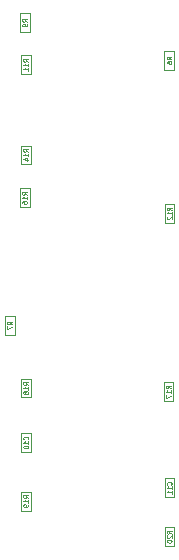
<source format=gbr>
%TF.GenerationSoftware,KiCad,Pcbnew,8.0.3*%
%TF.CreationDate,2024-06-13T16:05:26+05:30*%
%TF.ProjectId,OptoIsolation,4f70746f-4973-46f6-9c61-74696f6e2e6b,rev?*%
%TF.SameCoordinates,Original*%
%TF.FileFunction,AssemblyDrawing,Bot*%
%FSLAX46Y46*%
G04 Gerber Fmt 4.6, Leading zero omitted, Abs format (unit mm)*
G04 Created by KiCad (PCBNEW 8.0.3) date 2024-06-13 16:05:26*
%MOMM*%
%LPD*%
G01*
G04 APERTURE LIST*
%ADD10C,0.060000*%
%ADD11C,0.100000*%
G04 APERTURE END LIST*
D10*
X187581927Y-102633857D02*
X187391451Y-102500524D01*
X187581927Y-102405286D02*
X187181927Y-102405286D01*
X187181927Y-102405286D02*
X187181927Y-102557667D01*
X187181927Y-102557667D02*
X187200975Y-102595762D01*
X187200975Y-102595762D02*
X187220022Y-102614809D01*
X187220022Y-102614809D02*
X187258118Y-102633857D01*
X187258118Y-102633857D02*
X187315260Y-102633857D01*
X187315260Y-102633857D02*
X187353356Y-102614809D01*
X187353356Y-102614809D02*
X187372403Y-102595762D01*
X187372403Y-102595762D02*
X187391451Y-102557667D01*
X187391451Y-102557667D02*
X187391451Y-102405286D01*
X187581927Y-103014809D02*
X187581927Y-102786238D01*
X187581927Y-102900524D02*
X187181927Y-102900524D01*
X187181927Y-102900524D02*
X187239070Y-102862428D01*
X187239070Y-102862428D02*
X187277165Y-102824333D01*
X187277165Y-102824333D02*
X187296213Y-102786238D01*
X187581927Y-103205285D02*
X187581927Y-103281476D01*
X187581927Y-103281476D02*
X187562880Y-103319571D01*
X187562880Y-103319571D02*
X187543832Y-103338619D01*
X187543832Y-103338619D02*
X187486689Y-103376714D01*
X187486689Y-103376714D02*
X187410499Y-103395761D01*
X187410499Y-103395761D02*
X187258118Y-103395761D01*
X187258118Y-103395761D02*
X187220022Y-103376714D01*
X187220022Y-103376714D02*
X187200975Y-103357666D01*
X187200975Y-103357666D02*
X187181927Y-103319571D01*
X187181927Y-103319571D02*
X187181927Y-103243380D01*
X187181927Y-103243380D02*
X187200975Y-103205285D01*
X187200975Y-103205285D02*
X187220022Y-103186238D01*
X187220022Y-103186238D02*
X187258118Y-103167190D01*
X187258118Y-103167190D02*
X187353356Y-103167190D01*
X187353356Y-103167190D02*
X187391451Y-103186238D01*
X187391451Y-103186238D02*
X187410499Y-103205285D01*
X187410499Y-103205285D02*
X187429546Y-103243380D01*
X187429546Y-103243380D02*
X187429546Y-103319571D01*
X187429546Y-103319571D02*
X187410499Y-103357666D01*
X187410499Y-103357666D02*
X187391451Y-103376714D01*
X187391451Y-103376714D02*
X187353356Y-103395761D01*
X199706927Y-65495833D02*
X199516451Y-65362500D01*
X199706927Y-65267262D02*
X199306927Y-65267262D01*
X199306927Y-65267262D02*
X199306927Y-65419643D01*
X199306927Y-65419643D02*
X199325975Y-65457738D01*
X199325975Y-65457738D02*
X199345022Y-65476785D01*
X199345022Y-65476785D02*
X199383118Y-65495833D01*
X199383118Y-65495833D02*
X199440260Y-65495833D01*
X199440260Y-65495833D02*
X199478356Y-65476785D01*
X199478356Y-65476785D02*
X199497403Y-65457738D01*
X199497403Y-65457738D02*
X199516451Y-65419643D01*
X199516451Y-65419643D02*
X199516451Y-65267262D01*
X199306927Y-65838690D02*
X199306927Y-65762500D01*
X199306927Y-65762500D02*
X199325975Y-65724404D01*
X199325975Y-65724404D02*
X199345022Y-65705357D01*
X199345022Y-65705357D02*
X199402165Y-65667262D01*
X199402165Y-65667262D02*
X199478356Y-65648214D01*
X199478356Y-65648214D02*
X199630737Y-65648214D01*
X199630737Y-65648214D02*
X199668832Y-65667262D01*
X199668832Y-65667262D02*
X199687880Y-65686309D01*
X199687880Y-65686309D02*
X199706927Y-65724404D01*
X199706927Y-65724404D02*
X199706927Y-65800595D01*
X199706927Y-65800595D02*
X199687880Y-65838690D01*
X199687880Y-65838690D02*
X199668832Y-65857738D01*
X199668832Y-65857738D02*
X199630737Y-65876785D01*
X199630737Y-65876785D02*
X199535499Y-65876785D01*
X199535499Y-65876785D02*
X199497403Y-65857738D01*
X199497403Y-65857738D02*
X199478356Y-65838690D01*
X199478356Y-65838690D02*
X199459308Y-65800595D01*
X199459308Y-65800595D02*
X199459308Y-65724404D01*
X199459308Y-65724404D02*
X199478356Y-65686309D01*
X199478356Y-65686309D02*
X199497403Y-65667262D01*
X199497403Y-65667262D02*
X199535499Y-65648214D01*
X187581927Y-65700457D02*
X187391451Y-65567124D01*
X187581927Y-65471886D02*
X187181927Y-65471886D01*
X187181927Y-65471886D02*
X187181927Y-65624267D01*
X187181927Y-65624267D02*
X187200975Y-65662362D01*
X187200975Y-65662362D02*
X187220022Y-65681409D01*
X187220022Y-65681409D02*
X187258118Y-65700457D01*
X187258118Y-65700457D02*
X187315260Y-65700457D01*
X187315260Y-65700457D02*
X187353356Y-65681409D01*
X187353356Y-65681409D02*
X187372403Y-65662362D01*
X187372403Y-65662362D02*
X187391451Y-65624267D01*
X187391451Y-65624267D02*
X187391451Y-65471886D01*
X187581927Y-66081409D02*
X187581927Y-65852838D01*
X187581927Y-65967124D02*
X187181927Y-65967124D01*
X187181927Y-65967124D02*
X187239070Y-65929028D01*
X187239070Y-65929028D02*
X187277165Y-65890933D01*
X187277165Y-65890933D02*
X187296213Y-65852838D01*
X187581927Y-66462361D02*
X187581927Y-66233790D01*
X187581927Y-66348076D02*
X187181927Y-66348076D01*
X187181927Y-66348076D02*
X187239070Y-66309980D01*
X187239070Y-66309980D02*
X187277165Y-66271885D01*
X187277165Y-66271885D02*
X187296213Y-66233790D01*
X187492327Y-62322833D02*
X187301851Y-62189500D01*
X187492327Y-62094262D02*
X187092327Y-62094262D01*
X187092327Y-62094262D02*
X187092327Y-62246643D01*
X187092327Y-62246643D02*
X187111375Y-62284738D01*
X187111375Y-62284738D02*
X187130422Y-62303785D01*
X187130422Y-62303785D02*
X187168518Y-62322833D01*
X187168518Y-62322833D02*
X187225660Y-62322833D01*
X187225660Y-62322833D02*
X187263756Y-62303785D01*
X187263756Y-62303785D02*
X187282803Y-62284738D01*
X187282803Y-62284738D02*
X187301851Y-62246643D01*
X187301851Y-62246643D02*
X187301851Y-62094262D01*
X187492327Y-62513309D02*
X187492327Y-62589500D01*
X187492327Y-62589500D02*
X187473280Y-62627595D01*
X187473280Y-62627595D02*
X187454232Y-62646643D01*
X187454232Y-62646643D02*
X187397089Y-62684738D01*
X187397089Y-62684738D02*
X187320899Y-62703785D01*
X187320899Y-62703785D02*
X187168518Y-62703785D01*
X187168518Y-62703785D02*
X187130422Y-62684738D01*
X187130422Y-62684738D02*
X187111375Y-62665690D01*
X187111375Y-62665690D02*
X187092327Y-62627595D01*
X187092327Y-62627595D02*
X187092327Y-62551404D01*
X187092327Y-62551404D02*
X187111375Y-62513309D01*
X187111375Y-62513309D02*
X187130422Y-62494262D01*
X187130422Y-62494262D02*
X187168518Y-62475214D01*
X187168518Y-62475214D02*
X187263756Y-62475214D01*
X187263756Y-62475214D02*
X187301851Y-62494262D01*
X187301851Y-62494262D02*
X187320899Y-62513309D01*
X187320899Y-62513309D02*
X187339946Y-62551404D01*
X187339946Y-62551404D02*
X187339946Y-62627595D01*
X187339946Y-62627595D02*
X187320899Y-62665690D01*
X187320899Y-62665690D02*
X187301851Y-62684738D01*
X187301851Y-62684738D02*
X187263756Y-62703785D01*
X199693832Y-101500957D02*
X199712880Y-101481909D01*
X199712880Y-101481909D02*
X199731927Y-101424767D01*
X199731927Y-101424767D02*
X199731927Y-101386671D01*
X199731927Y-101386671D02*
X199712880Y-101329528D01*
X199712880Y-101329528D02*
X199674784Y-101291433D01*
X199674784Y-101291433D02*
X199636689Y-101272386D01*
X199636689Y-101272386D02*
X199560499Y-101253338D01*
X199560499Y-101253338D02*
X199503356Y-101253338D01*
X199503356Y-101253338D02*
X199427165Y-101272386D01*
X199427165Y-101272386D02*
X199389070Y-101291433D01*
X199389070Y-101291433D02*
X199350975Y-101329528D01*
X199350975Y-101329528D02*
X199331927Y-101386671D01*
X199331927Y-101386671D02*
X199331927Y-101424767D01*
X199331927Y-101424767D02*
X199350975Y-101481909D01*
X199350975Y-101481909D02*
X199370022Y-101500957D01*
X199731927Y-101881909D02*
X199731927Y-101653338D01*
X199731927Y-101767624D02*
X199331927Y-101767624D01*
X199331927Y-101767624D02*
X199389070Y-101729528D01*
X199389070Y-101729528D02*
X199427165Y-101691433D01*
X199427165Y-101691433D02*
X199446213Y-101653338D01*
X199731927Y-102262861D02*
X199731927Y-102034290D01*
X199731927Y-102148576D02*
X199331927Y-102148576D01*
X199331927Y-102148576D02*
X199389070Y-102110480D01*
X199389070Y-102110480D02*
X199427165Y-102072385D01*
X199427165Y-102072385D02*
X199446213Y-102034290D01*
X186206927Y-87933333D02*
X186016451Y-87800000D01*
X186206927Y-87704762D02*
X185806927Y-87704762D01*
X185806927Y-87704762D02*
X185806927Y-87857143D01*
X185806927Y-87857143D02*
X185825975Y-87895238D01*
X185825975Y-87895238D02*
X185845022Y-87914285D01*
X185845022Y-87914285D02*
X185883118Y-87933333D01*
X185883118Y-87933333D02*
X185940260Y-87933333D01*
X185940260Y-87933333D02*
X185978356Y-87914285D01*
X185978356Y-87914285D02*
X185997403Y-87895238D01*
X185997403Y-87895238D02*
X186016451Y-87857143D01*
X186016451Y-87857143D02*
X186016451Y-87704762D01*
X185806927Y-88066666D02*
X185806927Y-88333333D01*
X185806927Y-88333333D02*
X186206927Y-88161904D01*
X187581927Y-93063457D02*
X187391451Y-92930124D01*
X187581927Y-92834886D02*
X187181927Y-92834886D01*
X187181927Y-92834886D02*
X187181927Y-92987267D01*
X187181927Y-92987267D02*
X187200975Y-93025362D01*
X187200975Y-93025362D02*
X187220022Y-93044409D01*
X187220022Y-93044409D02*
X187258118Y-93063457D01*
X187258118Y-93063457D02*
X187315260Y-93063457D01*
X187315260Y-93063457D02*
X187353356Y-93044409D01*
X187353356Y-93044409D02*
X187372403Y-93025362D01*
X187372403Y-93025362D02*
X187391451Y-92987267D01*
X187391451Y-92987267D02*
X187391451Y-92834886D01*
X187581927Y-93444409D02*
X187581927Y-93215838D01*
X187581927Y-93330124D02*
X187181927Y-93330124D01*
X187181927Y-93330124D02*
X187239070Y-93292028D01*
X187239070Y-93292028D02*
X187277165Y-93253933D01*
X187277165Y-93253933D02*
X187296213Y-93215838D01*
X187353356Y-93672980D02*
X187334308Y-93634885D01*
X187334308Y-93634885D02*
X187315260Y-93615838D01*
X187315260Y-93615838D02*
X187277165Y-93596790D01*
X187277165Y-93596790D02*
X187258118Y-93596790D01*
X187258118Y-93596790D02*
X187220022Y-93615838D01*
X187220022Y-93615838D02*
X187200975Y-93634885D01*
X187200975Y-93634885D02*
X187181927Y-93672980D01*
X187181927Y-93672980D02*
X187181927Y-93749171D01*
X187181927Y-93749171D02*
X187200975Y-93787266D01*
X187200975Y-93787266D02*
X187220022Y-93806314D01*
X187220022Y-93806314D02*
X187258118Y-93825361D01*
X187258118Y-93825361D02*
X187277165Y-93825361D01*
X187277165Y-93825361D02*
X187315260Y-93806314D01*
X187315260Y-93806314D02*
X187334308Y-93787266D01*
X187334308Y-93787266D02*
X187353356Y-93749171D01*
X187353356Y-93749171D02*
X187353356Y-93672980D01*
X187353356Y-93672980D02*
X187372403Y-93634885D01*
X187372403Y-93634885D02*
X187391451Y-93615838D01*
X187391451Y-93615838D02*
X187429546Y-93596790D01*
X187429546Y-93596790D02*
X187505737Y-93596790D01*
X187505737Y-93596790D02*
X187543832Y-93615838D01*
X187543832Y-93615838D02*
X187562880Y-93634885D01*
X187562880Y-93634885D02*
X187581927Y-93672980D01*
X187581927Y-93672980D02*
X187581927Y-93749171D01*
X187581927Y-93749171D02*
X187562880Y-93787266D01*
X187562880Y-93787266D02*
X187543832Y-93806314D01*
X187543832Y-93806314D02*
X187505737Y-93825361D01*
X187505737Y-93825361D02*
X187429546Y-93825361D01*
X187429546Y-93825361D02*
X187391451Y-93806314D01*
X187391451Y-93806314D02*
X187372403Y-93787266D01*
X187372403Y-93787266D02*
X187353356Y-93749171D01*
X199731927Y-78266357D02*
X199541451Y-78133024D01*
X199731927Y-78037786D02*
X199331927Y-78037786D01*
X199331927Y-78037786D02*
X199331927Y-78190167D01*
X199331927Y-78190167D02*
X199350975Y-78228262D01*
X199350975Y-78228262D02*
X199370022Y-78247309D01*
X199370022Y-78247309D02*
X199408118Y-78266357D01*
X199408118Y-78266357D02*
X199465260Y-78266357D01*
X199465260Y-78266357D02*
X199503356Y-78247309D01*
X199503356Y-78247309D02*
X199522403Y-78228262D01*
X199522403Y-78228262D02*
X199541451Y-78190167D01*
X199541451Y-78190167D02*
X199541451Y-78037786D01*
X199731927Y-78647309D02*
X199731927Y-78418738D01*
X199731927Y-78533024D02*
X199331927Y-78533024D01*
X199331927Y-78533024D02*
X199389070Y-78494928D01*
X199389070Y-78494928D02*
X199427165Y-78456833D01*
X199427165Y-78456833D02*
X199446213Y-78418738D01*
X199370022Y-78799690D02*
X199350975Y-78818738D01*
X199350975Y-78818738D02*
X199331927Y-78856833D01*
X199331927Y-78856833D02*
X199331927Y-78952071D01*
X199331927Y-78952071D02*
X199350975Y-78990166D01*
X199350975Y-78990166D02*
X199370022Y-79009214D01*
X199370022Y-79009214D02*
X199408118Y-79028261D01*
X199408118Y-79028261D02*
X199446213Y-79028261D01*
X199446213Y-79028261D02*
X199503356Y-79009214D01*
X199503356Y-79009214D02*
X199731927Y-78780642D01*
X199731927Y-78780642D02*
X199731927Y-79028261D01*
X187543832Y-97672757D02*
X187562880Y-97653709D01*
X187562880Y-97653709D02*
X187581927Y-97596567D01*
X187581927Y-97596567D02*
X187581927Y-97558471D01*
X187581927Y-97558471D02*
X187562880Y-97501328D01*
X187562880Y-97501328D02*
X187524784Y-97463233D01*
X187524784Y-97463233D02*
X187486689Y-97444186D01*
X187486689Y-97444186D02*
X187410499Y-97425138D01*
X187410499Y-97425138D02*
X187353356Y-97425138D01*
X187353356Y-97425138D02*
X187277165Y-97444186D01*
X187277165Y-97444186D02*
X187239070Y-97463233D01*
X187239070Y-97463233D02*
X187200975Y-97501328D01*
X187200975Y-97501328D02*
X187181927Y-97558471D01*
X187181927Y-97558471D02*
X187181927Y-97596567D01*
X187181927Y-97596567D02*
X187200975Y-97653709D01*
X187200975Y-97653709D02*
X187220022Y-97672757D01*
X187581927Y-98053709D02*
X187581927Y-97825138D01*
X187581927Y-97939424D02*
X187181927Y-97939424D01*
X187181927Y-97939424D02*
X187239070Y-97901328D01*
X187239070Y-97901328D02*
X187277165Y-97863233D01*
X187277165Y-97863233D02*
X187296213Y-97825138D01*
X187181927Y-98301328D02*
X187181927Y-98339423D01*
X187181927Y-98339423D02*
X187200975Y-98377519D01*
X187200975Y-98377519D02*
X187220022Y-98396566D01*
X187220022Y-98396566D02*
X187258118Y-98415614D01*
X187258118Y-98415614D02*
X187334308Y-98434661D01*
X187334308Y-98434661D02*
X187429546Y-98434661D01*
X187429546Y-98434661D02*
X187505737Y-98415614D01*
X187505737Y-98415614D02*
X187543832Y-98396566D01*
X187543832Y-98396566D02*
X187562880Y-98377519D01*
X187562880Y-98377519D02*
X187581927Y-98339423D01*
X187581927Y-98339423D02*
X187581927Y-98301328D01*
X187581927Y-98301328D02*
X187562880Y-98263233D01*
X187562880Y-98263233D02*
X187543832Y-98244185D01*
X187543832Y-98244185D02*
X187505737Y-98225138D01*
X187505737Y-98225138D02*
X187429546Y-98206090D01*
X187429546Y-98206090D02*
X187334308Y-98206090D01*
X187334308Y-98206090D02*
X187258118Y-98225138D01*
X187258118Y-98225138D02*
X187220022Y-98244185D01*
X187220022Y-98244185D02*
X187200975Y-98263233D01*
X187200975Y-98263233D02*
X187181927Y-98301328D01*
X199656927Y-93355357D02*
X199466451Y-93222024D01*
X199656927Y-93126786D02*
X199256927Y-93126786D01*
X199256927Y-93126786D02*
X199256927Y-93279167D01*
X199256927Y-93279167D02*
X199275975Y-93317262D01*
X199275975Y-93317262D02*
X199295022Y-93336309D01*
X199295022Y-93336309D02*
X199333118Y-93355357D01*
X199333118Y-93355357D02*
X199390260Y-93355357D01*
X199390260Y-93355357D02*
X199428356Y-93336309D01*
X199428356Y-93336309D02*
X199447403Y-93317262D01*
X199447403Y-93317262D02*
X199466451Y-93279167D01*
X199466451Y-93279167D02*
X199466451Y-93126786D01*
X199656927Y-93736309D02*
X199656927Y-93507738D01*
X199656927Y-93622024D02*
X199256927Y-93622024D01*
X199256927Y-93622024D02*
X199314070Y-93583928D01*
X199314070Y-93583928D02*
X199352165Y-93545833D01*
X199352165Y-93545833D02*
X199371213Y-93507738D01*
X199256927Y-93869642D02*
X199256927Y-94136309D01*
X199256927Y-94136309D02*
X199656927Y-93964880D01*
X187581927Y-73330357D02*
X187391451Y-73197024D01*
X187581927Y-73101786D02*
X187181927Y-73101786D01*
X187181927Y-73101786D02*
X187181927Y-73254167D01*
X187181927Y-73254167D02*
X187200975Y-73292262D01*
X187200975Y-73292262D02*
X187220022Y-73311309D01*
X187220022Y-73311309D02*
X187258118Y-73330357D01*
X187258118Y-73330357D02*
X187315260Y-73330357D01*
X187315260Y-73330357D02*
X187353356Y-73311309D01*
X187353356Y-73311309D02*
X187372403Y-73292262D01*
X187372403Y-73292262D02*
X187391451Y-73254167D01*
X187391451Y-73254167D02*
X187391451Y-73101786D01*
X187581927Y-73711309D02*
X187581927Y-73482738D01*
X187581927Y-73597024D02*
X187181927Y-73597024D01*
X187181927Y-73597024D02*
X187239070Y-73558928D01*
X187239070Y-73558928D02*
X187277165Y-73520833D01*
X187277165Y-73520833D02*
X187296213Y-73482738D01*
X187315260Y-74054166D02*
X187581927Y-74054166D01*
X187162880Y-73958928D02*
X187448594Y-73863690D01*
X187448594Y-73863690D02*
X187448594Y-74111309D01*
X187481927Y-76967857D02*
X187291451Y-76834524D01*
X187481927Y-76739286D02*
X187081927Y-76739286D01*
X187081927Y-76739286D02*
X187081927Y-76891667D01*
X187081927Y-76891667D02*
X187100975Y-76929762D01*
X187100975Y-76929762D02*
X187120022Y-76948809D01*
X187120022Y-76948809D02*
X187158118Y-76967857D01*
X187158118Y-76967857D02*
X187215260Y-76967857D01*
X187215260Y-76967857D02*
X187253356Y-76948809D01*
X187253356Y-76948809D02*
X187272403Y-76929762D01*
X187272403Y-76929762D02*
X187291451Y-76891667D01*
X187291451Y-76891667D02*
X187291451Y-76739286D01*
X187481927Y-77348809D02*
X187481927Y-77120238D01*
X187481927Y-77234524D02*
X187081927Y-77234524D01*
X187081927Y-77234524D02*
X187139070Y-77196428D01*
X187139070Y-77196428D02*
X187177165Y-77158333D01*
X187177165Y-77158333D02*
X187196213Y-77120238D01*
X187081927Y-77691666D02*
X187081927Y-77615476D01*
X187081927Y-77615476D02*
X187100975Y-77577380D01*
X187100975Y-77577380D02*
X187120022Y-77558333D01*
X187120022Y-77558333D02*
X187177165Y-77520238D01*
X187177165Y-77520238D02*
X187253356Y-77501190D01*
X187253356Y-77501190D02*
X187405737Y-77501190D01*
X187405737Y-77501190D02*
X187443832Y-77520238D01*
X187443832Y-77520238D02*
X187462880Y-77539285D01*
X187462880Y-77539285D02*
X187481927Y-77577380D01*
X187481927Y-77577380D02*
X187481927Y-77653571D01*
X187481927Y-77653571D02*
X187462880Y-77691666D01*
X187462880Y-77691666D02*
X187443832Y-77710714D01*
X187443832Y-77710714D02*
X187405737Y-77729761D01*
X187405737Y-77729761D02*
X187310499Y-77729761D01*
X187310499Y-77729761D02*
X187272403Y-77710714D01*
X187272403Y-77710714D02*
X187253356Y-77691666D01*
X187253356Y-77691666D02*
X187234308Y-77653571D01*
X187234308Y-77653571D02*
X187234308Y-77577380D01*
X187234308Y-77577380D02*
X187253356Y-77539285D01*
X187253356Y-77539285D02*
X187272403Y-77520238D01*
X187272403Y-77520238D02*
X187310499Y-77501190D01*
X199731927Y-105641957D02*
X199541451Y-105508624D01*
X199731927Y-105413386D02*
X199331927Y-105413386D01*
X199331927Y-105413386D02*
X199331927Y-105565767D01*
X199331927Y-105565767D02*
X199350975Y-105603862D01*
X199350975Y-105603862D02*
X199370022Y-105622909D01*
X199370022Y-105622909D02*
X199408118Y-105641957D01*
X199408118Y-105641957D02*
X199465260Y-105641957D01*
X199465260Y-105641957D02*
X199503356Y-105622909D01*
X199503356Y-105622909D02*
X199522403Y-105603862D01*
X199522403Y-105603862D02*
X199541451Y-105565767D01*
X199541451Y-105565767D02*
X199541451Y-105413386D01*
X199370022Y-105794338D02*
X199350975Y-105813386D01*
X199350975Y-105813386D02*
X199331927Y-105851481D01*
X199331927Y-105851481D02*
X199331927Y-105946719D01*
X199331927Y-105946719D02*
X199350975Y-105984814D01*
X199350975Y-105984814D02*
X199370022Y-106003862D01*
X199370022Y-106003862D02*
X199408118Y-106022909D01*
X199408118Y-106022909D02*
X199446213Y-106022909D01*
X199446213Y-106022909D02*
X199503356Y-106003862D01*
X199503356Y-106003862D02*
X199731927Y-105775290D01*
X199731927Y-105775290D02*
X199731927Y-106022909D01*
X199331927Y-106270528D02*
X199331927Y-106308623D01*
X199331927Y-106308623D02*
X199350975Y-106346719D01*
X199350975Y-106346719D02*
X199370022Y-106365766D01*
X199370022Y-106365766D02*
X199408118Y-106384814D01*
X199408118Y-106384814D02*
X199484308Y-106403861D01*
X199484308Y-106403861D02*
X199579546Y-106403861D01*
X199579546Y-106403861D02*
X199655737Y-106384814D01*
X199655737Y-106384814D02*
X199693832Y-106365766D01*
X199693832Y-106365766D02*
X199712880Y-106346719D01*
X199712880Y-106346719D02*
X199731927Y-106308623D01*
X199731927Y-106308623D02*
X199731927Y-106270528D01*
X199731927Y-106270528D02*
X199712880Y-106232433D01*
X199712880Y-106232433D02*
X199693832Y-106213385D01*
X199693832Y-106213385D02*
X199655737Y-106194338D01*
X199655737Y-106194338D02*
X199579546Y-106175290D01*
X199579546Y-106175290D02*
X199484308Y-106175290D01*
X199484308Y-106175290D02*
X199408118Y-106194338D01*
X199408118Y-106194338D02*
X199370022Y-106213385D01*
X199370022Y-106213385D02*
X199350975Y-106232433D01*
X199350975Y-106232433D02*
X199331927Y-106270528D01*
D11*
%TO.C,R19*%
X186987500Y-102091000D02*
X187812500Y-102091000D01*
X186987500Y-103691000D02*
X186987500Y-102091000D01*
X187812500Y-102091000D02*
X187812500Y-103691000D01*
X187812500Y-103691000D02*
X186987500Y-103691000D01*
%TO.C,R6*%
X199112500Y-64762500D02*
X199937500Y-64762500D01*
X199112500Y-66362500D02*
X199112500Y-64762500D01*
X199937500Y-64762500D02*
X199937500Y-66362500D01*
X199937500Y-66362500D02*
X199112500Y-66362500D01*
%TO.C,R11*%
X186987500Y-65157600D02*
X187812500Y-65157600D01*
X186987500Y-66757600D02*
X186987500Y-65157600D01*
X187812500Y-65157600D02*
X187812500Y-66757600D01*
X187812500Y-66757600D02*
X186987500Y-66757600D01*
%TO.C,R9*%
X186897900Y-61589500D02*
X187722900Y-61589500D01*
X186897900Y-63189500D02*
X186897900Y-61589500D01*
X187722900Y-61589500D02*
X187722900Y-63189500D01*
X187722900Y-63189500D02*
X186897900Y-63189500D01*
%TO.C,C11*%
X199150000Y-100958100D02*
X199950000Y-100958100D01*
X199150000Y-102558100D02*
X199150000Y-100958100D01*
X199950000Y-100958100D02*
X199950000Y-102558100D01*
X199950000Y-102558100D02*
X199150000Y-102558100D01*
%TO.C,R7*%
X185612500Y-87200000D02*
X186437500Y-87200000D01*
X185612500Y-88800000D02*
X185612500Y-87200000D01*
X186437500Y-87200000D02*
X186437500Y-88800000D01*
X186437500Y-88800000D02*
X185612500Y-88800000D01*
%TO.C,R18*%
X186987500Y-92520600D02*
X187812500Y-92520600D01*
X186987500Y-94120600D02*
X186987500Y-92520600D01*
X187812500Y-92520600D02*
X187812500Y-94120600D01*
X187812500Y-94120600D02*
X186987500Y-94120600D01*
%TO.C,R12*%
X199137500Y-77723500D02*
X199962500Y-77723500D01*
X199137500Y-79323500D02*
X199137500Y-77723500D01*
X199962500Y-77723500D02*
X199962500Y-79323500D01*
X199962500Y-79323500D02*
X199137500Y-79323500D01*
%TO.C,C10*%
X187000000Y-97129900D02*
X187800000Y-97129900D01*
X187000000Y-98729900D02*
X187000000Y-97129900D01*
X187800000Y-97129900D02*
X187800000Y-98729900D01*
X187800000Y-98729900D02*
X187000000Y-98729900D01*
%TO.C,R17*%
X199062500Y-92812500D02*
X199887500Y-92812500D01*
X199062500Y-94412500D02*
X199062500Y-92812500D01*
X199887500Y-92812500D02*
X199887500Y-94412500D01*
X199887500Y-94412500D02*
X199062500Y-94412500D01*
%TO.C,R14*%
X186987500Y-72787500D02*
X187812500Y-72787500D01*
X186987500Y-74387500D02*
X186987500Y-72787500D01*
X187812500Y-72787500D02*
X187812500Y-74387500D01*
X187812500Y-74387500D02*
X186987500Y-74387500D01*
%TO.C,R16*%
X186887500Y-76425000D02*
X187712500Y-76425000D01*
X186887500Y-78025000D02*
X186887500Y-76425000D01*
X187712500Y-76425000D02*
X187712500Y-78025000D01*
X187712500Y-78025000D02*
X186887500Y-78025000D01*
%TO.C,R20*%
X199137500Y-105099100D02*
X199962500Y-105099100D01*
X199137500Y-106699100D02*
X199137500Y-105099100D01*
X199962500Y-105099100D02*
X199962500Y-106699100D01*
X199962500Y-106699100D02*
X199137500Y-106699100D01*
%TD*%
M02*

</source>
